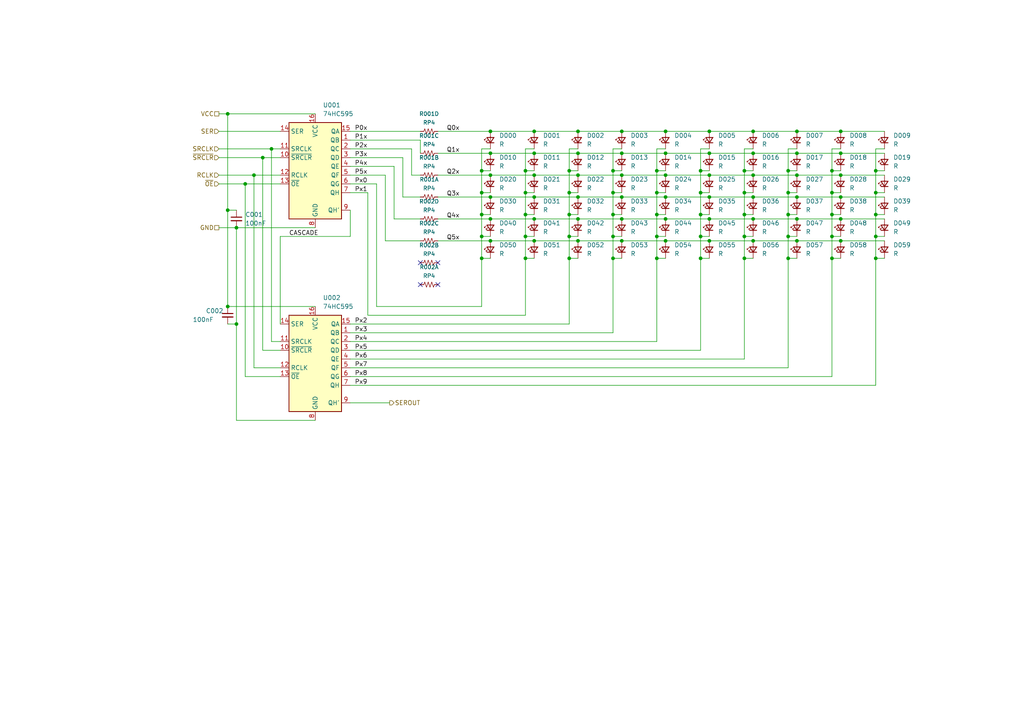
<source format=kicad_sch>
(kicad_sch (version 20230121) (generator eeschema)
  (paper "A4")
  (junction (at 139.7 55.88))
  (junction (at 66.04 33.02))
  (junction (at 180.34 57.15))
  (junction (at 193.04 63.5))
  (junction (at 228.6 68.58))
  (junction (at 177.8 55.88))
  (junction (at 78.74 43.18))
  (junction (at 180.34 50.8))
  (junction (at 154.94 57.15))
  (junction (at 205.74 38.1))
  (junction (at 218.44 38.1))
  (junction (at 231.14 69.85))
  (junction (at 193.04 69.85))
  (junction (at 254 49.53))
  (junction (at 177.8 62.23))
  (junction (at 66.04 88.9))
  (junction (at 215.9 49.53))
  (junction (at 167.64 57.15))
  (junction (at 177.8 74.93))
  (junction (at 228.6 62.23))
  (junction (at 180.34 38.1))
  (junction (at 243.84 57.15))
  (junction (at 205.74 57.15))
  (junction (at 231.14 44.45))
  (junction (at 190.5 62.23))
  (junction (at 152.4 62.23))
  (junction (at 241.3 49.53))
  (junction (at 139.7 62.23))
  (junction (at 165.1 68.58))
  (junction (at 177.8 49.53))
  (junction (at 154.94 38.1))
  (junction (at 154.94 63.5))
  (junction (at 165.1 55.88))
  (junction (at 231.14 57.15))
  (junction (at 167.64 44.45))
  (junction (at 152.4 49.53))
  (junction (at 228.6 74.93))
  (junction (at 193.04 38.1))
  (junction (at 215.9 74.93))
  (junction (at 167.64 50.8))
  (junction (at 215.9 55.88))
  (junction (at 152.4 68.58))
  (junction (at 203.2 68.58))
  (junction (at 142.24 50.8))
  (junction (at 165.1 62.23))
  (junction (at 243.84 38.1))
  (junction (at 243.84 69.85))
  (junction (at 142.24 44.45))
  (junction (at 177.8 68.58))
  (junction (at 154.94 69.85))
  (junction (at 231.14 38.1))
  (junction (at 218.44 69.85))
  (junction (at 203.2 55.88))
  (junction (at 205.74 44.45))
  (junction (at 205.74 69.85))
  (junction (at 142.24 69.85))
  (junction (at 241.3 74.93))
  (junction (at 231.14 50.8))
  (junction (at 254 74.93))
  (junction (at 193.04 57.15))
  (junction (at 193.04 50.8))
  (junction (at 203.2 62.23))
  (junction (at 218.44 50.8))
  (junction (at 142.24 63.5))
  (junction (at 218.44 63.5))
  (junction (at 180.34 69.85))
  (junction (at 167.64 38.1))
  (junction (at 139.7 49.53))
  (junction (at 254 68.58))
  (junction (at 215.9 62.23))
  (junction (at 165.1 49.53))
  (junction (at 71.12 53.34))
  (junction (at 154.94 44.45))
  (junction (at 68.58 93.98))
  (junction (at 180.34 63.5))
  (junction (at 190.5 49.53))
  (junction (at 228.6 49.53))
  (junction (at 243.84 50.8))
  (junction (at 254 55.88))
  (junction (at 218.44 57.15))
  (junction (at 215.9 68.58))
  (junction (at 203.2 74.93))
  (junction (at 254 62.23))
  (junction (at 73.66 50.8))
  (junction (at 218.44 44.45))
  (junction (at 68.58 66.04))
  (junction (at 193.04 44.45))
  (junction (at 243.84 63.5))
  (junction (at 203.2 49.53))
  (junction (at 154.94 50.8))
  (junction (at 139.7 74.93))
  (junction (at 180.34 44.45))
  (junction (at 243.84 44.45))
  (junction (at 228.6 55.88))
  (junction (at 76.2 45.72))
  (junction (at 241.3 55.88))
  (junction (at 142.24 38.1))
  (junction (at 190.5 68.58))
  (junction (at 165.1 74.93))
  (junction (at 190.5 74.93))
  (junction (at 205.74 50.8))
  (junction (at 205.74 63.5))
  (junction (at 152.4 55.88))
  (junction (at 190.5 55.88))
  (junction (at 241.3 68.58))
  (junction (at 231.14 63.5))
  (junction (at 142.24 57.15))
  (junction (at 66.04 60.96))
  (junction (at 167.64 63.5))
  (junction (at 152.4 74.93))
  (junction (at 139.7 68.58))
  (junction (at 167.64 69.85))
  (junction (at 241.3 62.23))
  (no_connect (at 121.92 82.55))
  (no_connect (at 127 76.2))
  (no_connect (at 127 82.55))
  (no_connect (at 121.92 76.2))
  (wire (pts (xy 241.3 68.58) (xy 243.84 68.58)))
  (wire (pts (xy 121.92 57.15) (xy 116.84 57.15)))
  (wire (pts (xy 81.28 68.58) (xy 101.6 68.58)))
  (wire (pts (xy 241.3 49.53) (xy 243.84 49.53)))
  (wire (pts (xy 203.2 68.58) (xy 203.2 74.93)))
  (wire (pts (xy 142.24 57.15) (xy 154.94 57.15)))
  (wire (pts (xy 228.6 74.93) (xy 228.6 106.68)))
  (wire (pts (xy 215.9 74.93) (xy 215.9 104.14)))
  (wire (pts (xy 76.2 101.6) (xy 81.28 101.6)))
  (wire (pts (xy 205.74 44.45) (xy 218.44 44.45)))
  (wire (pts (xy 228.6 68.58) (xy 228.6 74.93)))
  (wire (pts (xy 127 69.85) (xy 142.24 69.85)))
  (wire (pts (xy 91.44 88.9) (xy 66.04 88.9)))
  (wire (pts (xy 190.5 49.53) (xy 190.5 55.88)))
  (wire (pts (xy 215.9 49.53) (xy 215.9 55.88)))
  (wire (pts (xy 254 43.18) (xy 254 49.53)))
  (wire (pts (xy 203.2 68.58) (xy 205.74 68.58)))
  (wire (pts (xy 231.14 57.15) (xy 243.84 57.15)))
  (wire (pts (xy 154.94 44.45) (xy 167.64 44.45)))
  (wire (pts (xy 167.64 69.85) (xy 180.34 69.85)))
  (wire (pts (xy 165.1 49.53) (xy 167.64 49.53)))
  (wire (pts (xy 81.28 68.58) (xy 81.28 93.98)))
  (wire (pts (xy 215.9 62.23) (xy 218.44 62.23)))
  (wire (pts (xy 254 49.53) (xy 256.54 49.53)))
  (wire (pts (xy 154.94 38.1) (xy 167.64 38.1)))
  (wire (pts (xy 243.84 38.1) (xy 256.54 38.1)))
  (wire (pts (xy 205.74 38.1) (xy 218.44 38.1)))
  (wire (pts (xy 215.9 49.53) (xy 218.44 49.53)))
  (wire (pts (xy 177.8 62.23) (xy 180.34 62.23)))
  (wire (pts (xy 101.6 104.14) (xy 215.9 104.14)))
  (wire (pts (xy 215.9 55.88) (xy 218.44 55.88)))
  (wire (pts (xy 78.74 99.06) (xy 78.74 43.18)))
  (wire (pts (xy 152.4 68.58) (xy 154.94 68.58)))
  (wire (pts (xy 231.14 38.1) (xy 243.84 38.1)))
  (wire (pts (xy 215.9 43.18) (xy 215.9 49.53)))
  (wire (pts (xy 241.3 55.88) (xy 241.3 62.23)))
  (wire (pts (xy 121.92 40.64) (xy 101.6 40.64)))
  (wire (pts (xy 228.6 49.53) (xy 231.14 49.53)))
  (wire (pts (xy 165.1 43.18) (xy 165.1 49.53)))
  (wire (pts (xy 241.3 74.93) (xy 243.84 74.93)))
  (wire (pts (xy 101.6 99.06) (xy 190.5 99.06)))
  (wire (pts (xy 63.5 43.18) (xy 78.74 43.18)))
  (wire (pts (xy 139.7 62.23) (xy 142.24 62.23)))
  (wire (pts (xy 139.7 43.18) (xy 139.7 49.53)))
  (wire (pts (xy 101.6 96.52) (xy 177.8 96.52)))
  (wire (pts (xy 165.1 43.18) (xy 167.64 43.18)))
  (wire (pts (xy 139.7 43.18) (xy 142.24 43.18)))
  (wire (pts (xy 215.9 68.58) (xy 218.44 68.58)))
  (wire (pts (xy 193.04 50.8) (xy 205.74 50.8)))
  (wire (pts (xy 203.2 55.88) (xy 203.2 62.23)))
  (wire (pts (xy 139.7 68.58) (xy 139.7 74.93)))
  (wire (pts (xy 177.8 43.18) (xy 180.34 43.18)))
  (wire (pts (xy 165.1 74.93) (xy 167.64 74.93)))
  (wire (pts (xy 215.9 68.58) (xy 215.9 74.93)))
  (wire (pts (xy 106.68 55.88) (xy 101.6 55.88)))
  (wire (pts (xy 193.04 69.85) (xy 205.74 69.85)))
  (wire (pts (xy 254 49.53) (xy 254 55.88)))
  (wire (pts (xy 73.66 106.68) (xy 73.66 50.8)))
  (wire (pts (xy 241.3 68.58) (xy 241.3 74.93)))
  (wire (pts (xy 116.84 57.15) (xy 116.84 45.72)))
  (wire (pts (xy 66.04 60.96) (xy 66.04 33.02)))
  (wire (pts (xy 142.24 63.5) (xy 154.94 63.5)))
  (wire (pts (xy 203.2 74.93) (xy 203.2 101.6)))
  (wire (pts (xy 106.68 91.44) (xy 106.68 55.88)))
  (wire (pts (xy 139.7 62.23) (xy 139.7 68.58)))
  (wire (pts (xy 101.6 116.84) (xy 113.03 116.84)))
  (wire (pts (xy 177.8 68.58) (xy 180.34 68.58)))
  (wire (pts (xy 180.34 63.5) (xy 193.04 63.5)))
  (wire (pts (xy 119.38 43.18) (xy 101.6 43.18)))
  (wire (pts (xy 203.2 62.23) (xy 205.74 62.23)))
  (wire (pts (xy 142.24 69.85) (xy 154.94 69.85)))
  (wire (pts (xy 73.66 106.68) (xy 81.28 106.68)))
  (wire (pts (xy 66.04 60.96) (xy 68.58 60.96)))
  (wire (pts (xy 66.04 88.9) (xy 66.04 60.96)))
  (wire (pts (xy 228.6 55.88) (xy 231.14 55.88)))
  (wire (pts (xy 228.6 62.23) (xy 228.6 68.58)))
  (wire (pts (xy 254 55.88) (xy 254 62.23)))
  (wire (pts (xy 180.34 57.15) (xy 193.04 57.15)))
  (wire (pts (xy 165.1 55.88) (xy 165.1 62.23)))
  (wire (pts (xy 139.7 88.9) (xy 109.22 88.9)))
  (wire (pts (xy 180.34 50.8) (xy 193.04 50.8)))
  (wire (pts (xy 215.9 74.93) (xy 218.44 74.93)))
  (wire (pts (xy 63.5 38.1) (xy 81.28 38.1)))
  (wire (pts (xy 78.74 43.18) (xy 81.28 43.18)))
  (wire (pts (xy 139.7 55.88) (xy 139.7 62.23)))
  (wire (pts (xy 218.44 69.85) (xy 231.14 69.85)))
  (wire (pts (xy 152.4 43.18) (xy 154.94 43.18)))
  (wire (pts (xy 190.5 55.88) (xy 190.5 62.23)))
  (wire (pts (xy 228.6 74.93) (xy 231.14 74.93)))
  (wire (pts (xy 243.84 69.85) (xy 256.54 69.85)))
  (wire (pts (xy 165.1 62.23) (xy 165.1 68.58)))
  (wire (pts (xy 165.1 55.88) (xy 167.64 55.88)))
  (wire (pts (xy 101.6 60.96) (xy 101.6 68.58)))
  (wire (pts (xy 68.58 93.98) (xy 68.58 121.92)))
  (wire (pts (xy 203.2 74.93) (xy 205.74 74.93)))
  (wire (pts (xy 142.24 38.1) (xy 154.94 38.1)))
  (wire (pts (xy 71.12 109.22) (xy 81.28 109.22)))
  (wire (pts (xy 73.66 50.8) (xy 81.28 50.8)))
  (wire (pts (xy 177.8 62.23) (xy 177.8 68.58)))
  (wire (pts (xy 228.6 55.88) (xy 228.6 62.23)))
  (wire (pts (xy 205.74 69.85) (xy 218.44 69.85)))
  (wire (pts (xy 190.5 62.23) (xy 193.04 62.23)))
  (wire (pts (xy 101.6 38.1) (xy 121.92 38.1)))
  (wire (pts (xy 167.64 38.1) (xy 180.34 38.1)))
  (wire (pts (xy 254 43.18) (xy 256.54 43.18)))
  (wire (pts (xy 177.8 43.18) (xy 177.8 49.53)))
  (wire (pts (xy 241.3 55.88) (xy 243.84 55.88)))
  (wire (pts (xy 139.7 55.88) (xy 142.24 55.88)))
  (wire (pts (xy 254 55.88) (xy 256.54 55.88)))
  (wire (pts (xy 68.58 121.92) (xy 91.44 121.92)))
  (wire (pts (xy 193.04 38.1) (xy 205.74 38.1)))
  (wire (pts (xy 228.6 43.18) (xy 228.6 49.53)))
  (wire (pts (xy 190.5 49.53) (xy 193.04 49.53)))
  (wire (pts (xy 101.6 48.26) (xy 114.3 48.26)))
  (wire (pts (xy 218.44 57.15) (xy 231.14 57.15)))
  (wire (pts (xy 152.4 62.23) (xy 154.94 62.23)))
  (wire (pts (xy 66.04 33.02) (xy 91.44 33.02)))
  (wire (pts (xy 152.4 74.93) (xy 154.94 74.93)))
  (wire (pts (xy 63.5 45.72) (xy 76.2 45.72)))
  (wire (pts (xy 231.14 69.85) (xy 243.84 69.85)))
  (wire (pts (xy 109.22 88.9) (xy 109.22 53.34)))
  (wire (pts (xy 76.2 45.72) (xy 81.28 45.72)))
  (wire (pts (xy 177.8 49.53) (xy 180.34 49.53)))
  (wire (pts (xy 142.24 44.45) (xy 154.94 44.45)))
  (wire (pts (xy 203.2 49.53) (xy 205.74 49.53)))
  (wire (pts (xy 165.1 68.58) (xy 167.64 68.58)))
  (wire (pts (xy 190.5 68.58) (xy 190.5 74.93)))
  (wire (pts (xy 63.5 33.02) (xy 66.04 33.02)))
  (wire (pts (xy 121.92 69.85) (xy 111.76 69.85)))
  (wire (pts (xy 127 63.5) (xy 142.24 63.5)))
  (wire (pts (xy 241.3 49.53) (xy 241.3 55.88)))
  (wire (pts (xy 152.4 62.23) (xy 152.4 68.58)))
  (wire (pts (xy 231.14 63.5) (xy 243.84 63.5)))
  (wire (pts (xy 152.4 49.53) (xy 152.4 55.88)))
  (wire (pts (xy 111.76 50.8) (xy 101.6 50.8)))
  (wire (pts (xy 167.64 44.45) (xy 180.34 44.45)))
  (wire (pts (xy 228.6 49.53) (xy 228.6 55.88)))
  (wire (pts (xy 218.44 63.5) (xy 231.14 63.5)))
  (wire (pts (xy 111.76 69.85) (xy 111.76 50.8)))
  (wire (pts (xy 228.6 43.18) (xy 231.14 43.18)))
  (wire (pts (xy 215.9 62.23) (xy 215.9 68.58)))
  (wire (pts (xy 177.8 49.53) (xy 177.8 55.88)))
  (wire (pts (xy 101.6 93.98) (xy 165.1 93.98)))
  (wire (pts (xy 177.8 55.88) (xy 177.8 62.23)))
  (wire (pts (xy 215.9 55.88) (xy 215.9 62.23)))
  (wire (pts (xy 63.5 66.04) (xy 68.58 66.04)))
  (wire (pts (xy 154.94 57.15) (xy 167.64 57.15)))
  (wire (pts (xy 177.8 74.93) (xy 177.8 96.52)))
  (wire (pts (xy 152.4 49.53) (xy 154.94 49.53)))
  (wire (pts (xy 215.9 43.18) (xy 218.44 43.18)))
  (wire (pts (xy 167.64 57.15) (xy 180.34 57.15)))
  (wire (pts (xy 127 38.1) (xy 142.24 38.1)))
  (wire (pts (xy 180.34 44.45) (xy 193.04 44.45)))
  (wire (pts (xy 241.3 62.23) (xy 243.84 62.23)))
  (wire (pts (xy 101.6 109.22) (xy 241.3 109.22)))
  (wire (pts (xy 177.8 74.93) (xy 180.34 74.93)))
  (wire (pts (xy 78.74 99.06) (xy 81.28 99.06)))
  (wire (pts (xy 254 62.23) (xy 254 68.58)))
  (wire (pts (xy 121.92 44.45) (xy 121.92 40.64)))
  (wire (pts (xy 218.44 50.8) (xy 231.14 50.8)))
  (wire (pts (xy 190.5 43.18) (xy 193.04 43.18)))
  (wire (pts (xy 101.6 101.6) (xy 203.2 101.6)))
  (wire (pts (xy 71.12 53.34) (xy 81.28 53.34)))
  (wire (pts (xy 154.94 63.5) (xy 167.64 63.5)))
  (wire (pts (xy 203.2 62.23) (xy 203.2 68.58)))
  (wire (pts (xy 205.74 50.8) (xy 218.44 50.8)))
  (wire (pts (xy 254 74.93) (xy 256.54 74.93)))
  (wire (pts (xy 121.92 50.8) (xy 119.38 50.8)))
  (wire (pts (xy 205.74 63.5) (xy 218.44 63.5)))
  (wire (pts (xy 241.3 43.18) (xy 241.3 49.53)))
  (wire (pts (xy 254 68.58) (xy 254 74.93)))
  (wire (pts (xy 228.6 68.58) (xy 231.14 68.58)))
  (wire (pts (xy 139.7 74.93) (xy 142.24 74.93)))
  (wire (pts (xy 254 74.93) (xy 254 111.76)))
  (wire (pts (xy 68.58 66.04) (xy 68.58 93.98)))
  (wire (pts (xy 167.64 50.8) (xy 180.34 50.8)))
  (wire (pts (xy 121.92 63.5) (xy 114.3 63.5)))
  (wire (pts (xy 203.2 43.18) (xy 205.74 43.18)))
  (wire (pts (xy 254 62.23) (xy 256.54 62.23)))
  (wire (pts (xy 218.44 38.1) (xy 231.14 38.1)))
  (wire (pts (xy 193.04 63.5) (xy 205.74 63.5)))
  (wire (pts (xy 152.4 91.44) (xy 106.68 91.44)))
  (wire (pts (xy 241.3 62.23) (xy 241.3 68.58)))
  (wire (pts (xy 190.5 74.93) (xy 190.5 99.06)))
  (wire (pts (xy 127 44.45) (xy 142.24 44.45)))
  (wire (pts (xy 152.4 74.93) (xy 152.4 91.44)))
  (wire (pts (xy 228.6 62.23) (xy 231.14 62.23)))
  (wire (pts (xy 218.44 44.45) (xy 231.14 44.45)))
  (wire (pts (xy 180.34 69.85) (xy 193.04 69.85)))
  (wire (pts (xy 152.4 68.58) (xy 152.4 74.93)))
  (wire (pts (xy 190.5 43.18) (xy 190.5 49.53)))
  (wire (pts (xy 243.84 50.8) (xy 256.54 50.8)))
  (wire (pts (xy 241.3 74.93) (xy 241.3 109.22)))
  (wire (pts (xy 180.34 38.1) (xy 193.04 38.1)))
  (wire (pts (xy 101.6 106.68) (xy 228.6 106.68)))
  (wire (pts (xy 139.7 68.58) (xy 142.24 68.58)))
  (wire (pts (xy 243.84 44.45) (xy 256.54 44.45)))
  (wire (pts (xy 139.7 49.53) (xy 142.24 49.53)))
  (wire (pts (xy 193.04 44.45) (xy 205.74 44.45)))
  (wire (pts (xy 243.84 57.15) (xy 256.54 57.15)))
  (wire (pts (xy 63.5 50.8) (xy 73.66 50.8)))
  (wire (pts (xy 241.3 43.18) (xy 243.84 43.18)))
  (wire (pts (xy 231.14 50.8) (xy 243.84 50.8)))
  (wire (pts (xy 109.22 53.34) (xy 101.6 53.34)))
  (wire (pts (xy 154.94 69.85) (xy 167.64 69.85)))
  (wire (pts (xy 190.5 62.23) (xy 190.5 68.58)))
  (wire (pts (xy 190.5 55.88) (xy 193.04 55.88)))
  (wire (pts (xy 142.24 50.8) (xy 154.94 50.8)))
  (wire (pts (xy 152.4 55.88) (xy 154.94 55.88)))
  (wire (pts (xy 76.2 45.72) (xy 76.2 101.6)))
  (wire (pts (xy 254 68.58) (xy 256.54 68.58)))
  (wire (pts (xy 177.8 55.88) (xy 180.34 55.88)))
  (wire (pts (xy 243.84 63.5) (xy 256.54 63.5)))
  (wire (pts (xy 190.5 74.93) (xy 193.04 74.93)))
  (wire (pts (xy 165.1 74.93) (xy 165.1 93.98)))
  (wire (pts (xy 71.12 109.22) (xy 71.12 53.34)))
  (wire (pts (xy 114.3 63.5) (xy 114.3 48.26)))
  (wire (pts (xy 116.84 45.72) (xy 101.6 45.72)))
  (wire (pts (xy 165.1 62.23) (xy 167.64 62.23)))
  (wire (pts (xy 139.7 74.93) (xy 139.7 88.9)))
  (wire (pts (xy 205.74 57.15) (xy 218.44 57.15)))
  (wire (pts (xy 66.04 93.98) (xy 68.58 93.98)))
  (wire (pts (xy 190.5 68.58) (xy 193.04 68.58)))
  (wire (pts (xy 177.8 68.58) (xy 177.8 74.93)))
  (wire (pts (xy 154.94 50.8) (xy 167.64 50.8)))
  (wire (pts (xy 119.38 50.8) (xy 119.38 43.18)))
  (wire (pts (xy 203.2 43.18) (xy 203.2 49.53)))
  (wire (pts (xy 167.64 63.5) (xy 180.34 63.5)))
  (wire (pts (xy 127 50.8) (xy 142.24 50.8)))
  (wire (pts (xy 101.6 111.76) (xy 254 111.76)))
  (wire (pts (xy 68.58 66.04) (xy 91.44 66.04)))
  (wire (pts (xy 193.04 57.15) (xy 205.74 57.15)))
  (wire (pts (xy 63.5 53.34) (xy 71.12 53.34)))
  (wire (pts (xy 165.1 49.53) (xy 165.1 55.88)))
  (wire (pts (xy 203.2 49.53) (xy 203.2 55.88)))
  (wire (pts (xy 203.2 55.88) (xy 205.74 55.88)))
  (wire (pts (xy 231.14 44.45) (xy 243.84 44.45)))
  (wire (pts (xy 152.4 55.88) (xy 152.4 62.23)))
  (wire (pts (xy 152.4 43.18) (xy 152.4 49.53)))
  (wire (pts (xy 165.1 68.58) (xy 165.1 74.93)))
  (wire (pts (xy 127 57.15) (xy 142.24 57.15)))
  (wire (pts (xy 139.7 49.53) (xy 139.7 55.88)))
  (label "Px1" (at 102.87 55.88 0))
  (label "CASCADE" (at 83.82 68.58 0))
  (label "P5x" (at 102.87 50.8 0))
  (label "Q4x" (at 129.54 63.5 0))
  (label "Q0x" (at 129.54 38.1 0))
  (label "Q3x" (at 129.54 57.15 0))
  (label "Q5x" (at 129.54 69.85 0))
  (label "Px6" (at 102.87 104.14 0))
  (label "P0x" (at 102.87 38.1 0))
  (label "Q2x" (at 129.54 50.8 0))
  (label "P3x" (at 102.87 45.72 0))
  (label "Q1x" (at 129.54 44.45 0))
  (label "Px9" (at 102.87 111.76 0))
  (label "P2x" (at 102.87 43.18 0))
  (label "Px2" (at 102.87 93.98 0))
  (label "Px8" (at 102.87 109.22 0))
  (label "P4x" (at 102.87 48.26 0))
  (label "P1x" (at 102.87 40.64 0))
  (label "Px3" (at 102.87 96.52 0))
  (label "Px4" (at 102.87 99.06 0))
  (label "Px7" (at 102.87 106.68 0))
  (label "Px5" (at 102.87 101.6 0))
  (label "Px0" (at 102.87 53.34 0))
  (hierarchical_label "GND" (shape passive) (at 63.5 66.04 180))
  (hierarchical_label "~{SRCLR}" (shape input) (at 63.5 45.72 180))
  (hierarchical_label "RCLK" (shape input) (at 63.5 50.8 180))
  (hierarchical_label "SRCLK" (shape input) (at 63.5 43.18 180))
  (hierarchical_label "SEROUT" (shape output) (at 113.03 116.84 0))
  (hierarchical_label "SER" (shape input) (at 63.5 38.1 180))
  (hierarchical_label "~{OE}" (shape input) (at 63.5 53.34 180))
  (hierarchical_label "VCC" (shape passive) (at 63.5 33.02 180))
  (symbol (lib_id "Device:LED_Small") (at 154.94 72.39 90) (unit 1)
    (property "Reference" "D051" (at 157.48 71.0565 90) (effects (justify right)))
    (property "Value" "R" (at 157.48 73.5965 90) (effects (justify right)))
    (property "Footprint" "KwanSystems:D_KINGBRIGHT" (effects hide))
    (property "Digikey" "754-1820-1-ND" (effects hide))
    (property "Part Number" "APGA1602SEC/E/KA" (effects hide))
    (instances (project "Precision23" (path "" (reference "D051") (unit 1)) (path "" (reference "D151") (unit 1)) (path "" (reference "D251") (unit 1)) (path "" (reference "D351") (unit 1))))
  )
  (symbol (lib_id "Device:LED_Small") (at 231.14 53.34 90) (unit 1)
    (property "Reference" "D027" (at 233.68 52.0065 90) (effects (justify right)))
    (property "Value" "R" (at 233.68 54.5465 90) (effects (justify right)))
    (property "Footprint" "KwanSystems:D_KINGBRIGHT" (effects hide))
    (property "Digikey" "754-1820-1-ND" (effects hide))
    (property "Part Number" "APGA1602SEC/E/KA" (effects hide))
    (instances (project "Precision23" (path "" (reference "D027") (unit 1)) (path "" (reference "D127") (unit 1)) (path "" (reference "D227") (unit 1)) (path "" (reference "D327") (unit 1))))
  )
  (symbol (lib_id "Device:LED_Small") (at 142.24 46.99 90) (unit 1)
    (property "Reference" "D010" (at 144.78 45.6565 90) (effects (justify right)))
    (property "Value" "R" (at 144.78 48.1965 90) (effects (justify right)))
    (property "Footprint" "KwanSystems:D_KINGBRIGHT" (effects hide))
    (property "Digikey" "754-1820-1-ND" (effects hide))
    (property "Part Number" "APGA1602SEC/E/KA" (effects hide))
    (instances (project "Precision23" (path "" (reference "D010") (unit 1)) (path "" (reference "D110") (unit 1)) (path "" (reference "D210") (unit 1)) (path "" (reference "D310") (unit 1))))
  )
  (symbol (lib_id "Device:LED_Small") (at 142.24 53.34 90) (unit 1)
    (property "Reference" "D020" (at 144.78 52.0065 90) (effects (justify right)))
    (property "Value" "R" (at 144.78 54.5465 90) (effects (justify right)))
    (property "Footprint" "KwanSystems:D_KINGBRIGHT" (effects hide))
    (property "Digikey" "754-1820-1-ND" (effects hide))
    (property "Part Number" "APGA1602SEC/E/KA" (effects hide))
    (instances (project "Precision23" (path "" (reference "D020") (unit 1)) (path "" (reference "D120") (unit 1)) (path "" (reference "D220") (unit 1)) (path "" (reference "D320") (unit 1))))
  )
  (symbol (lib_id "Device:LED_Small") (at 193.04 40.64 90) (unit 1)
    (property "Reference" "D004" (at 195.58 39.3065 90) (effects (justify right)))
    (property "Value" "R" (at 195.58 41.8465 90) (effects (justify right)))
    (property "Footprint" "KwanSystems:D_KINGBRIGHT" (effects hide))
    (property "Digikey" "754-1820-1-ND" (effects hide))
    (property "Part Number" "APGA1602SEC/E/KA" (effects hide))
    (instances (project "Precision23" (path "" (reference "D004") (unit 1)) (path "" (reference "D104") (unit 1)) (path "" (reference "D204") (unit 1)) (path "" (reference "D304") (unit 1))))
  )
  (symbol (lib_id "Device:LED_Small") (at 205.74 46.99 90) (unit 1)
    (property "Reference" "D015" (at 208.28 45.6565 90) (effects (justify right)))
    (property "Value" "R" (at 208.28 48.1965 90) (effects (justify right)))
    (property "Footprint" "KwanSystems:D_KINGBRIGHT" (effects hide))
    (property "Digikey" "754-1820-1-ND" (effects hide))
    (property "Part Number" "APGA1602SEC/E/KA" (effects hide))
    (instances (project "Precision23" (path "" (reference "D015") (unit 1)) (path "" (reference "D115") (unit 1)) (path "" (reference "D215") (unit 1)) (path "" (reference "D315") (unit 1))))
  )
  (symbol (lib_id "Device:LED_Small") (at 180.34 53.34 90) (unit 1)
    (property "Reference" "D023" (at 182.88 52.0065 90) (effects (justify right)))
    (property "Value" "R" (at 182.88 54.5465 90) (effects (justify right)))
    (property "Footprint" "KwanSystems:D_KINGBRIGHT" (effects hide))
    (property "Digikey" "754-1820-1-ND" (effects hide))
    (property "Part Number" "APGA1602SEC/E/KA" (effects hide))
    (instances (project "Precision23" (path "" (reference "D023") (unit 1)) (path "" (reference "D123") (unit 1)) (path "" (reference "D223") (unit 1)) (path "" (reference "D323") (unit 1))))
  )
  (symbol (lib_id "Device:LED_Small") (at 154.94 46.99 90) (unit 1)
    (property "Reference" "D011" (at 157.48 45.6565 90) (effects (justify right)))
    (property "Value" "R" (at 157.48 48.1965 90) (effects (justify right)))
    (property "Footprint" "KwanSystems:D_KINGBRIGHT" (effects hide))
    (property "Digikey" "754-1820-1-ND" (effects hide))
    (property "Part Number" "APGA1602SEC/E/KA" (effects hide))
    (instances (project "Precision23" (path "" (reference "D011") (unit 1)) (path "" (reference "D111") (unit 1)) (path "" (reference "D211") (unit 1)) (path "" (reference "D311") (unit 1))))
  )
  (symbol (lib_id "Device:LED_Small") (at 167.64 59.69 90) (unit 1)
    (property "Reference" "D032" (at 170.18 58.3565 90) (effects (justify right)))
    (property "Value" "R" (at 170.18 60.8965 90) (effects (justify right)))
    (property "Footprint" "KwanSystems:D_KINGBRIGHT" (effects hide))
    (property "Digikey" "754-1820-1-ND" (effects hide))
    (property "Part Number" "APGA1602SEC/E/KA" (effects hide))
    (instances (project "Precision23" (path "" (reference "D032") (unit 1)) (path "" (reference "D132") (unit 1)) (path "" (reference "D232") (unit 1)) (path "" (reference "D332") (unit 1))))
  )
  (symbol (lib_id "Device:LED_Small") (at 142.24 59.69 90) (unit 1)
    (property "Reference" "D030" (at 144.78 58.3565 90) (effects (justify right)))
    (property "Value" "R" (at 144.78 60.8965 90) (effects (justify right)))
    (property "Footprint" "KwanSystems:D_KINGBRIGHT" (effects hide))
    (property "Digikey" "754-1820-1-ND" (effects hide))
    (property "Part Number" "APGA1602SEC/E/KA" (effects hide))
    (instances (project "Precision23" (path "" (reference "D030") (unit 1)) (path "" (reference "D130") (unit 1)) (path "" (reference "D230") (unit 1)) (path "" (reference "D330") (unit 1))))
  )
  (symbol (lib_id "Device:LED_Small") (at 142.24 72.39 90) (unit 1)
    (property "Reference" "D050" (at 144.78 71.0565 90) (effects (justify right)))
    (property "Value" "R" (at 144.78 73.5965 90) (effects (justify right)))
    (property "Footprint" "KwanSystems:D_KINGBRIGHT" (effects hide))
    (property "Digikey" "754-1820-1-ND" (effects hide))
    (property "Part Number" "APGA1602SEC/E/KA" (effects hide))
    (instances (project "Precision23" (path "" (reference "D050") (unit 1)) (path "" (reference "D150") (unit 1)) (path "" (reference "D250") (unit 1)) (path "" (reference "D350") (unit 1))))
  )
  (symbol (lib_id "Device:LED_Small") (at 256.54 66.04 90) (unit 1)
    (property "Reference" "D049" (at 259.08 64.7065 90) (effects (justify right)))
    (property "Value" "R" (at 259.08 67.2465 90) (effects (justify right)))
    (property "Footprint" "KwanSystems:D_KINGBRIGHT" (effects hide))
    (property "Digikey" "754-1820-1-ND" (effects hide))
    (property "Part Number" "APGA1602SEC/E/KA" (effects hide))
    (instances (project "Precision23" (path "" (reference "D049") (unit 1)) (path "" (reference "D149") (unit 1)) (path "" (reference "D249") (unit 1)) (path "" (reference "D349") (unit 1))))
  )
  (symbol (lib_id "Device:LED_Small") (at 154.94 66.04 90) (unit 1)
    (property "Reference" "D041" (at 157.48 64.7065 90) (effects (justify right)))
    (property "Value" "R" (at 157.48 67.2465 90) (effects (justify right)))
    (property "Footprint" "KwanSystems:D_KINGBRIGHT" (effects hide))
    (property "Digikey" "754-1820-1-ND" (effects hide))
    (property "Part Number" "APGA1602SEC/E/KA" (effects hide))
    (instances (project "Precision23" (path "" (reference "D041") (unit 1)) (path "" (reference "D141") (unit 1)) (path "" (reference "D241") (unit 1)) (path "" (reference "D341") (unit 1))))
  )
  (symbol (lib_id "Device:LED_Small") (at 193.04 59.69 90) (unit 1)
    (property "Reference" "D034" (at 195.58 58.3565 90) (effects (justify right)))
    (property "Value" "R" (at 195.58 60.8965 90) (effects (justify right)))
    (property "Footprint" "KwanSystems:D_KINGBRIGHT" (effects hide))
    (property "Digikey" "754-1820-1-ND" (effects hide))
    (property "Part Number" "APGA1602SEC/E/KA" (effects hide))
    (instances (project "Precision23" (path "" (reference "D034") (unit 1)) (path "" (reference "D134") (unit 1)) (path "" (reference "D234") (unit 1)) (path "" (reference "D334") (unit 1))))
  )
  (symbol (lib_id "Device:LED_Small") (at 180.34 72.39 90) (unit 1)
    (property "Reference" "D053" (at 182.88 71.0565 90) (effects (justify right)))
    (property "Value" "R" (at 182.88 73.5965 90) (effects (justify right)))
    (property "Footprint" "KwanSystems:D_KINGBRIGHT" (effects hide))
    (property "Digikey" "754-1820-1-ND" (effects hide))
    (property "Part Number" "APGA1602SEC/E/KA" (effects hide))
    (instances (project "Precision23" (path "" (reference "D053") (unit 1)) (path "" (reference "D153") (unit 1)) (path "" (reference "D253") (unit 1)) (path "" (reference "D353") (unit 1))))
  )
  (symbol (lib_id "Device:LED_Small") (at 218.44 66.04 90) (unit 1)
    (property "Reference" "D046" (at 220.98 64.7065 90) (effects (justify right)))
    (property "Value" "R" (at 220.98 67.2465 90) (effects (justify right)))
    (property "Footprint" "KwanSystems:D_KINGBRIGHT" (effects hide))
    (property "Digikey" "754-1820-1-ND" (effects hide))
    (property "Part Number" "APGA1602SEC/E/KA" (effects hide))
    (instances (project "Precision23" (path "" (reference "D046") (unit 1)) (path "" (reference "D146") (unit 1)) (path "" (reference "D246") (unit 1)) (path "" (reference "D346") (unit 1))))
  )
  (symbol (lib_id "Device:LED_Small") (at 243.84 72.39 90) (unit 1)
    (property "Reference" "D058" (at 246.38 71.0565 90) (effects (justify right)))
    (property "Value" "R" (at 246.38 73.5965 90) (effects (justify right)))
    (property "Footprint" "KwanSystems:D_KINGBRIGHT" (effects hide))
    (property "Digikey" "754-1820-1-ND" (effects hide))
    (property "Part Number" "APGA1602SEC/E/KA" (effects hide))
    (instances (project "Precision23" (path "" (reference "D058") (unit 1)) (path "" (reference "D158") (unit 1)) (path "" (reference "D258") (unit 1)) (path "" (reference "D358") (unit 1))))
  )
  (symbol (lib_id "KwanSystems:RP4") (at 124.46 82.55 0) (unit 1)
    (property "Reference" "R002" (at 124.46 77.47 0) (effects (font (size 1.143 1.143))))
    (property "Value" "RP4" (at 124.46 80.01 0) (effects (font (size 1.143 1.143))))
    (property "Footprint" "KwanSystems:R_Array_Convex_4x0402" (effects hide))
    (instances (project "Precision23" (path "" (reference "R002") (unit 1)) (path "" (reference "R101") (unit 1)) (path "" (reference "R202") (unit 1)) (path "" (reference "R302") (unit 1))))
  )
  (symbol (lib_id "Device:LED_Small") (at 231.14 72.39 90) (unit 1)
    (property "Reference" "D057" (at 233.68 71.0565 90) (effects (justify right)))
    (property "Value" "R" (at 233.68 73.5965 90) (effects (justify right)))
    (property "Footprint" "KwanSystems:D_KINGBRIGHT" (effects hide))
    (property "Digikey" "754-1820-1-ND" (effects hide))
    (property "Part Number" "APGA1602SEC/E/KA" (effects hide))
    (instances (project "Precision23" (path "" (reference "D057") (unit 1)) (path "" (reference "D157") (unit 1)) (path "" (reference "D257") (unit 1)) (path "" (reference "D357") (unit 1))))
  )
  (symbol (lib_id "Device:LED_Small") (at 142.24 66.04 90) (unit 1)
    (property "Reference" "D040" (at 144.78 64.7065 90) (effects (justify right)))
    (property "Value" "R" (at 144.78 67.2465 90) (effects (justify right)))
    (property "Footprint" "KwanSystems:D_KINGBRIGHT" (effects hide))
    (property "Digikey" "754-1820-1-ND" (effects hide))
    (property "Part Number" "APGA1602SEC/E/KA" (effects hide))
    (instances (project "Precision23" (path "" (reference "D040") (unit 1)) (path "" (reference "D140") (unit 1)) (path "" (reference "D240") (unit 1)) (path "" (reference "D340") (unit 1))))
  )
  (symbol (lib_id "Device:LED_Small") (at 218.44 53.34 90) (unit 1)
    (property "Reference" "D026" (at 220.98 52.0065 90) (effects (justify right)))
    (property "Value" "R" (at 220.98 54.5465 90) (effects (justify right)))
    (property "Footprint" "KwanSystems:D_KINGBRIGHT" (effects hide))
    (property "Digikey" "754-1820-1-ND" (effects hide))
    (property "Part Number" "APGA1602SEC/E/KA" (effects hide))
    (instances (project "Precision23" (path "" (reference "D026") (unit 1)) (path "" (reference "D126") (unit 1)) (path "" (reference "D226") (unit 1)) (path "" (reference "D326") (unit 1))))
  )
  (symbol (lib_id "74xx:74HC595") (at 91.44 48.26 0) (unit 1)
    (property "Reference" "U001" (at 93.6341 30.48 0) (effects (justify left)))
    (property "Value" "74HC595" (at 93.6341 33.02 0) (effects (justify left)))
    (property "Footprint" "Package_SO:TSSOP-16_4.4x5mm_P0.65mm" (effects hide))
    (property "Datasheet" "http://www.ti.com/lit/ds/symlink/sn74hc595.pdf" (effects hide))
    (property "Digikey" "1727-3068-1-ND" (effects hide))
    (instances (project "Precision23" (path "" (reference "U001") (unit 1)) (path "" (reference "U101") (unit 1)) (path "" (reference "U201") (unit 1)) (path "" (reference "U301") (unit 1))))
  )
  (symbol (lib_id "Device:LED_Small") (at 167.64 40.64 90) (unit 1)
    (property "Reference" "D002" (at 170.18 39.3065 90) (effects (justify right)))
    (property "Value" "R" (at 170.18 41.8465 90) (effects (justify right)))
    (property "Footprint" "KwanSystems:D_KINGBRIGHT" (effects hide))
    (property "Digikey" "754-1820-1-ND" (effects hide))
    (property "Part Number" "APGA1602SEC/E/KA" (effects hide))
    (instances (project "Precision23" (path "" (reference "D002") (unit 1)) (path "" (reference "D102") (unit 1)) (path "" (reference "D202") (unit 1)) (path "" (reference "D302") (unit 1))))
  )
  (symbol (lib_id "Device:LED_Small") (at 231.14 40.64 90) (unit 1)
    (property "Reference" "D007" (at 233.68 39.3065 90) (effects (justify right)))
    (property "Value" "R" (at 233.68 41.8465 90) (effects (justify right)))
    (property "Footprint" "KwanSystems:D_KINGBRIGHT" (effects hide))
    (property "Digikey" "754-1820-1-ND" (effects hide))
    (property "Part Number" "APGA1602SEC/E/KA" (effects hide))
    (instances (project "Precision23" (path "" (reference "D007") (unit 1)) (path "" (reference "D107") (unit 1)) (path "" (reference "D207") (unit 1)) (path "" (reference "D307") (unit 1))))
  )
  (symbol (lib_id "Device:LED_Small") (at 205.74 66.04 90) (unit 1)
    (property "Reference" "D045" (at 208.28 64.7065 90) (effects (justify right)))
    (property "Value" "R" (at 208.28 67.2465 90) (effects (justify right)))
    (property "Footprint" "KwanSystems:D_KINGBRIGHT" (effects hide))
    (property "Digikey" "754-1820-1-ND" (effects hide))
    (property "Part Number" "APGA1602SEC/E/KA" (effects hide))
    (instances (project "Precision23" (path "" (reference "D045") (unit 1)) (path "" (reference "D145") (unit 1)) (path "" (reference "D245") (unit 1)) (path "" (reference "D345") (unit 1))))
  )
  (symbol (lib_id "Device:LED_Small") (at 193.04 66.04 90) (unit 1)
    (property "Reference" "D044" (at 195.58 64.7065 90) (effects (justify right)))
    (property "Value" "R" (at 195.58 67.2465 90) (effects (justify right)))
    (property "Footprint" "KwanSystems:D_KINGBRIGHT" (effects hide))
    (property "Digikey" "754-1820-1-ND" (effects hide))
    (property "Part Number" "APGA1602SEC/E/KA" (effects hide))
    (instances (project "Precision23" (path "" (reference "D044") (unit 1)) (path "" (reference "D144") (unit 1)) (path "" (reference "D244") (unit 1)) (path "" (reference "D344") (unit 1))))
  )
  (symbol (lib_id "Device:LED_Small") (at 205.74 40.64 90) (unit 1)
    (property "Reference" "D005" (at 208.28 39.3065 90) (effects (justify right)))
    (property "Value" "R" (at 208.28 41.8465 90) (effects (justify right)))
    (property "Footprint" "KwanSystems:D_KINGBRIGHT" (effects hide))
    (property "Digikey" "754-1820-1-ND" (effects hide))
    (property "Part Number" "APGA1602SEC/E/KA" (effects hide))
    (instances (project "Precision23" (path "" (reference "D005") (unit 1)) (path "" (reference "D105") (unit 1)) (path "" (reference "D205") (unit 1)) (path "" (reference "D305") (unit 1))))
  )
  (symbol (lib_id "Device:LED_Small") (at 231.14 46.99 90) (unit 1)
    (property "Reference" "D017" (at 233.68 45.6565 90) (effects (justify right)))
    (property "Value" "R" (at 233.68 48.1965 90) (effects (justify right)))
    (property "Footprint" "KwanSystems:D_KINGBRIGHT" (effects hide))
    (property "Digikey" "754-1820-1-ND" (effects hide))
    (property "Part Number" "APGA1602SEC/E/KA" (effects hide))
    (instances (project "Precision23" (path "" (reference "D017") (unit 1)) (path "" (reference "D117") (unit 1)) (path "" (reference "D217") (unit 1)) (path "" (reference "D317") (unit 1))))
  )
  (symbol (lib_id "KwanSystems:RP4") (at 124.46 38.1 0) (unit 4)
    (property "Reference" "R001" (at 124.46 33.02 0) (effects (font (size 1.143 1.143))))
    (property "Value" "RP4" (at 124.46 35.56 0) (effects (font (size 1.143 1.143))))
    (property "Footprint" "KwanSystems:R_Array_Convex_4x0402" (effects hide))
    (instances (project "Precision23" (path "" (reference "R001") (unit 4)) (path "" (reference "R100") (unit 4)) (path "" (reference "R201") (unit 4)) (path "" (reference "R301") (unit 4))))
  )
  (symbol (lib_id "Device:C_Small") (at 68.58 63.5 0) (unit 1)
    (property "Reference" "C001" (at 71.12 62.2363 0) (effects (justify left)))
    (property "Value" "100nF" (at 71.12 64.7763 0) (effects (justify left)))
    (property "Footprint" "Capacitor_SMD:C_0603_1608Metric" (effects hide))
    (instances (project "Precision23" (path "" (reference "C001") (unit 1)) (path "" (reference "C101") (unit 1)) (path "" (reference "C201") (unit 1)) (path "" (reference "C301") (unit 1))))
  )
  (symbol (lib_id "Device:LED_Small") (at 256.54 40.64 90) (unit 1)
    (property "Reference" "D009" (at 259.08 39.3065 90) (effects (justify right)))
    (property "Value" "R" (at 259.08 41.8465 90) (effects (justify right)))
    (property "Footprint" "KwanSystems:D_KINGBRIGHT" (effects hide))
    (property "Digikey" "754-1820-1-ND" (effects hide))
    (property "Part Number" "APGA1602SEC/E/KA" (effects hide))
    (instances (project "Precision23" (path "" (reference "D009") (unit 1)) (path "" (reference "D109") (unit 1)) (path "" (reference "D209") (unit 1)) (path "" (reference "D309") (unit 1))))
  )
  (symbol (lib_id "74xx:74HC595") (at 91.44 104.14 0) (unit 1)
    (property "Reference" "U002" (at 93.6341 86.36 0) (effects (justify left)))
    (property "Value" "74HC595" (at 93.6341 88.9 0) (effects (justify left)))
    (property "Footprint" "Package_SO:TSSOP-16_4.4x5mm_P0.65mm" (effects hide))
    (property "Datasheet" "http://www.ti.com/lit/ds/symlink/sn74hc595.pdf" (effects hide))
    (property "Digikey" "1727-3068-1-ND" (effects hide))
    (instances (project "Precision23" (path "" (reference "U002") (unit 1)) (path "" (reference "U102") (unit 1)) (path "" (reference "U202") (unit 1)) (path "" (reference "U302") (unit 1))))
  )
  (symbol (lib_id "KwanSystems:RP4") (at 124.46 63.5 0) (unit 4)
    (property "Reference" "R002" (at 124.46 58.42 0) (effects (font (size 1.143 1.143))))
    (property "Value" "RP4" (at 124.46 60.96 0) (effects (font (size 1.143 1.143))))
    (property "Footprint" "KwanSystems:R_Array_Convex_4x0402" (effects hide))
    (instances (project "Precision23" (path "" (reference "R002") (unit 4)) (path "" (reference "R101") (unit 4)) (path "" (reference "R202") (unit 4)) (path "" (reference "R302") (unit 4))))
  )
  (symbol (lib_id "Device:LED_Small") (at 218.44 40.64 90) (unit 1)
    (property "Reference" "D006" (at 220.98 39.3065 90) (effects (justify right)))
    (property "Value" "R" (at 220.98 41.8465 90) (effects (justify right)))
    (property "Footprint" "KwanSystems:D_KINGBRIGHT" (effects hide))
    (property "Digikey" "754-1820-1-ND" (effects hide))
    (property "Part Number" "APGA1602SEC/E/KA" (effects hide))
    (instances (project "Precision23" (path "" (reference "D006") (unit 1)) (path "" (reference "D106") (unit 1)) (path "" (reference "D206") (unit 1)) (path "" (reference "D306") (unit 1))))
  )
  (symbol (lib_id "KwanSystems:RP4") (at 124.46 57.15 0) (unit 1)
    (property "Reference" "R001" (at 124.46 52.07 0) (effects (font (size 1.143 1.143))))
    (property "Value" "RP4" (at 124.46 54.61 0) (effects (font (size 1.143 1.143))))
    (property "Footprint" "KwanSystems:R_Array_Convex_4x0402" (effects hide))
    (instances (project "Precision23" (path "" (reference "R001") (unit 1)) (path "" (reference "R100") (unit 1)) (path "" (reference "R201") (unit 1)) (path "" (reference "R301") (unit 1))))
  )
  (symbol (lib_id "Device:LED_Small") (at 256.54 72.39 90) (unit 1)
    (property "Reference" "D059" (at 259.08 71.0565 90) (effects (justify right)))
    (property "Value" "R" (at 259.08 73.5965 90) (effects (justify right)))
    (property "Footprint" "KwanSystems:D_KINGBRIGHT" (effects hide))
    (property "Digikey" "754-1820-1-ND" (effects hide))
    (property "Part Number" "APGA1602SEC/E/KA" (effects hide))
    (instances (project "Precision23" (path "" (reference "D059") (unit 1)) (path "" (reference "D159") (unit 1)) (path "" (reference "D259") (unit 1)) (path "" (reference "D359") (unit 1))))
  )
  (symbol (lib_id "KwanSystems:RP4") (at 124.46 76.2 0) (unit 2)
    (property "Reference" "R002" (at 124.46 71.12 0) (effects (font (size 1.143 1.143))))
    (property "Value" "RP4" (at 124.46 73.66 0) (effects (font (size 1.143 1.143))))
    (property "Footprint" "KwanSystems:R_Array_Convex_4x0402" (effects hide))
    (instances (project "Precision23" (path "" (reference "R002") (unit 2)) (path "" (reference "R101") (unit 2)) (path "" (reference "R202") (unit 2)) (path "" (reference "R302") (unit 2))))
  )
  (symbol (lib_id "Device:LED_Small") (at 180.34 46.99 90) (unit 1)
    (property "Reference" "D013" (at 182.88 45.6565 90) (effects (justify right)))
    (property "Value" "R" (at 182.88 48.1965 90) (effects (justify right)))
    (property "Footprint" "KwanSystems:D_KINGBRIGHT" (effects hide))
    (property "Digikey" "754-1820-1-ND" (effects hide))
    (property "Part Number" "APGA1602SEC/E/KA" (effects hide))
    (instances (project "Precision23" (path "" (reference "D013") (unit 1)) (path "" (reference "D113") (unit 1)) (path "" (reference "D213") (unit 1)) (path "" (reference "D313") (unit 1))))
  )
  (symbol (lib_id "Device:LED_Small") (at 256.54 53.34 90) (unit 1)
    (property "Reference" "D029" (at 259.08 52.0065 90) (effects (justify right)))
    (property "Value" "R" (at 259.08 54.5465 90) (effects (justify right)))
    (property "Footprint" "KwanSystems:D_KINGBRIGHT" (effects hide))
    (property "Digikey" "754-1820-1-ND" (effects hide))
    (property "Part Number" "APGA1602SEC/E/KA" (effects hide))
    (instances (project "Precision23" (path "" (reference "D029") (unit 1)) (path "" (reference "D129") (unit 1)) (path "" (reference "D229") (unit 1)) (path "" (reference "D329") (unit 1))))
  )
  (symbol (lib_id "Device:LED_Small") (at 243.84 66.04 90) (unit 1)
    (property "Reference" "D048" (at 246.38 64.7065 90) (effects (justify right)))
    (property "Value" "R" (at 246.38 67.2465 90) (effects (justify right)))
    (property "Footprint" "KwanSystems:D_KINGBRIGHT" (effects hide))
    (property "Digikey" "754-1820-1-ND" (effects hide))
    (property "Part Number" "APGA1602SEC/E/KA" (effects hide))
    (instances (project "Precision23" (path "" (reference "D048") (unit 1)) (path "" (reference "D148") (unit 1)) (path "" (reference "D248") (unit 1)) (path "" (reference "D348") (unit 1))))
  )
  (symbol (lib_id "Device:LED_Small") (at 205.74 59.69 90) (unit 1)
    (property "Reference" "D035" (at 208.28 58.3565 90) (effects (justify right)))
    (property "Value" "R" (at 208.28 60.8965 90) (effects (justify right)))
    (property "Footprint" "KwanSystems:D_KINGBRIGHT" (effects hide))
    (property "Digikey" "754-1820-1-ND" (effects hide))
    (property "Part Number" "APGA1602SEC/E/KA" (effects hide))
    (instances (project "Precision23" (path "" (reference "D035") (unit 1)) (path "" (reference "D135") (unit 1)) (path "" (reference "D235") (unit 1)) (path "" (reference "D335") (unit 1))))
  )
  (symbol (lib_id "Device:LED_Small") (at 256.54 46.99 90) (unit 1)
    (property "Reference" "D019" (at 259.08 45.6565 90) (effects (justify right)))
    (property "Value" "R" (at 259.08 48.1965 90) (effects (justify right)))
    (property "Footprint" "KwanSystems:D_KINGBRIGHT" (effects hide))
    (property "Digikey" "754-1820-1-ND" (effects hide))
    (property "Part Number" "APGA1602SEC/E/KA" (effects hide))
    (instances (project "Precision23" (path "" (reference "D019") (unit 1)) (path "" (reference "D119") (unit 1)) (path "" (reference "D219") (unit 1)) (path "" (reference "D319") (unit 1))))
  )
  (symbol (lib_id "Device:LED_Small") (at 142.24 40.64 90) (unit 1)
    (property "Reference" "D000" (at 144.78 39.3065 90) (effects (justify right)))
    (property "Value" "R" (at 144.78 41.8465 90) (effects (justify right)))
    (property "Footprint" "KwanSystems:D_KINGBRIGHT" (effects hide))
    (property "Digikey" "754-1820-1-ND" (effects hide))
    (property "Part Number" "APGA1602SEC/E/KA" (effects hide))
    (instances (project "Precision23" (path "" (reference "D000") (unit 1)) (path "" (reference "D100") (unit 1)) (path "" (reference "D200") (unit 1)) (path "" (reference "D300") (unit 1))))
  )
  (symbol (lib_id "Device:LED_Small") (at 193.04 46.99 90) (unit 1)
    (property "Reference" "D014" (at 195.58 45.6565 90) (effects (justify right)))
    (property "Value" "R" (at 195.58 48.1965 90) (effects (justify right)))
    (property "Footprint" "KwanSystems:D_KINGBRIGHT" (effects hide))
    (property "Digikey" "754-1820-1-ND" (effects hide))
    (property "Part Number" "APGA1602SEC/E/KA" (effects hide))
    (instances (project "Precision23" (path "" (reference "D014") (unit 1)) (path "" (reference "D114") (unit 1)) (path "" (reference "D214") (unit 1)) (path "" (reference "D314") (unit 1))))
  )
  (symbol (lib_id "Device:LED_Small") (at 154.94 40.64 90) (unit 1)
    (property "Reference" "D001" (at 157.48 39.3065 90) (effects (justify right)))
    (property "Value" "R" (at 157.48 41.8465 90) (effects (justify right)))
    (property "Footprint" "KwanSystems:D_KINGBRIGHT" (effects hide))
    (property "Digikey" "754-1820-1-ND" (effects hide))
    (property "Part Number" "APGA1602SEC/E/KA" (effects hide))
    (instances (project "Precision23" (path "" (reference "D001") (unit 1)) (path "" (reference "D101") (unit 1)) (path "" (reference "D201") (unit 1)) (path "" (reference "D301") (unit 1))))
  )
  (symbol (lib_id "Device:C_Small") (at 66.04 91.44 0) (unit 1)
    (property "Reference" "C002" (at 59.69 90.17 0) (effects (justify left)))
    (property "Value" "100nF" (at 55.88 92.71 0) (effects (justify left)))
    (property "Footprint" "Capacitor_SMD:C_0603_1608Metric" (effects hide))
    (instances (project "Precision23" (path "" (reference "C002") (unit 1)) (path "" (reference "C102") (unit 1)) (path "" (reference "C202") (unit 1)) (path "" (reference "C302") (unit 1))))
  )
  (symbol (lib_id "Device:LED_Small") (at 243.84 46.99 90) (unit 1)
    (property "Reference" "D018" (at 246.38 45.6565 90) (effects (justify right)))
    (property "Value" "R" (at 246.38 48.1965 90) (effects (justify right)))
    (property "Footprint" "KwanSystems:D_KINGBRIGHT" (effects hide))
    (property "Digikey" "754-1820-1-ND" (effects hide))
    (property "Part Number" "APGA1602SEC/E/KA" (effects hide))
    (instances (project "Precision23" (path "" (reference "D018") (unit 1)) (path "" (reference "D118") (unit 1)) (path "" (reference "D218") (unit 1)) (path "" (reference "D318") (unit 1))))
  )
  (symbol (lib_id "Device:LED_Small") (at 218.44 72.39 90) (unit 1)
    (property "Reference" "D056" (at 220.98 71.0565 90) (effects (justify right)))
    (property "Value" "R" (at 220.98 73.5965 90) (effects (justify right)))
    (property "Footprint" "KwanSystems:D_KINGBRIGHT" (effects hide))
    (property "Digikey" "754-1820-1-ND" (effects hide))
    (property "Part Number" "APGA1602SEC/E/KA" (effects hide))
    (instances (project "Precision23" (path "" (reference "D056") (unit 1)) (path "" (reference "D156") (unit 1)) (path "" (reference "D256") (unit 1)) (path "" (reference "D356") (unit 1))))
  )
  (symbol (lib_id "Device:LED_Small") (at 180.34 66.04 90) (unit 1)
    (property "Reference" "D043" (at 182.88 64.7065 90) (effects (justify right)))
    (property "Value" "R" (at 182.88 67.2465 90) (effects (justify right)))
    (property "Footprint" "KwanSystems:D_KINGBRIGHT" (effects hide))
    (property "Digikey" "754-1820-1-ND" (effects hide))
    (property "Part Number" "APGA1602SEC/E/KA" (effects hide))
    (instances (project "Precision23" (path "" (reference "D043") (unit 1)) (path "" (reference "D143") (unit 1)) (path "" (reference "D243") (unit 1)) (path "" (reference "D343") (unit 1))))
  )
  (symbol (lib_id "Device:LED_Small") (at 243.84 59.69 90) (unit 1)
    (property "Reference" "D038" (at 246.38 58.3565 90) (effects (justify right)))
    (property "Value" "R" (at 246.38 60.8965 90) (effects (justify right)))
    (property "Footprint" "KwanSystems:D_KINGBRIGHT" (effects hide))
    (property "Digikey" "754-1820-1-ND" (effects hide))
    (property "Part Number" "APGA1602SEC/E/KA" (effects hide))
    (instances (project "Precision23" (path "" (reference "D038") (unit 1)) (path "" (reference "D138") (unit 1)) (path "" (reference "D238") (unit 1)) (path "" (reference "D338") (unit 1))))
  )
  (symbol (lib_id "Device:LED_Small") (at 180.34 59.69 90) (unit 1)
    (property "Reference" "D033" (at 182.88 58.3565 90) (effects (justify right)))
    (property "Value" "R" (at 182.88 60.8965 90) (effects (justify right)))
    (property "Footprint" "KwanSystems:D_KINGBRIGHT" (effects hide))
    (property "Digikey" "754-1820-1-ND" (effects hide))
    (property "Part Number" "APGA1602SEC/E/KA" (effects hide))
    (instances (project "Precision23" (path "" (reference "D033") (unit 1)) (path "" (reference "D133") (unit 1)) (path "" (reference "D233") (unit 1)) (path "" (reference "D333") (unit 1))))
  )
  (symbol (lib_id "Device:LED_Small") (at 167.64 53.34 90) (unit 1)
    (property "Reference" "D022" (at 170.18 52.0065 90) (effects (justify right)))
    (property "Value" "R" (at 170.18 54.5465 90) (effects (justify right)))
    (property "Footprint" "KwanSystems:D_KINGBRIGHT" (effects hide))
    (property "Digikey" "754-1820-1-ND" (effects hide))
    (property "Part Number" "APGA1602SEC/E/KA" (effects hide))
    (instances (project "Precision23" (path "" (reference "D022") (unit 1)) (path "" (reference "D122") (unit 1)) (path "" (reference "D222") (unit 1)) (path "" (reference "D322") (unit 1))))
  )
  (symbol (lib_id "Device:LED_Small") (at 256.54 59.69 90) (unit 1)
    (property "Reference" "D039" (at 259.08 58.3565 90) (effects (justify right)))
    (property "Value" "R" (at 259.08 60.8965 90) (effects (justify right)))
    (property "Footprint" "KwanSystems:D_KINGBRIGHT" (effects hide))
    (property "Digikey" "754-1820-1-ND" (effects hide))
    (property "Part Number" "APGA1602SEC/E/KA" (effects hide))
    (instances (project "Precision23" (path "" (reference "D039") (unit 1)) (path "" (reference "D139") (unit 1)) (path "" (reference "D239") (unit 1)) (path "" (reference "D339") (unit 1))))
  )
  (symbol (lib_id "Device:LED_Small") (at 218.44 59.69 90) (unit 1)
    (property "Reference" "D036" (at 220.98 58.3565 90) (effects (justify right)))
    (property "Value" "R" (at 220.98 60.8965 90) (effects (justify right)))
    (property "Footprint" "KwanSystems:D_KINGBRIGHT" (effects hide))
    (property "Digikey" "754-1820-1-ND" (effects hide))
    (property "Part Number" "APGA1602SEC/E/KA" (effects hide))
    (instances (project "Precision23" (path "" (reference "D036") (unit 1)) (path "" (reference "D136") (unit 1)) (path "" (reference "D236") (unit 1)) (path "" (reference "D336") (unit 1))))
  )
  (symbol (lib_id "KwanSystems:RP4") (at 124.46 50.8 0) (unit 2)
    (property "Reference" "R001" (at 124.46 45.72 0) (effects (font (size 1.143 1.143))))
    (property "Value" "RP4" (at 124.46 48.26 0) (effects (font (size 1.143 1.143))))
    (property "Footprint" "KwanSystems:R_Array_Convex_4x0402" (effects hide))
    (instances (project "Precision23" (path "" (reference "R001") (unit 2)) (path "" (reference "R100") (unit 2)) (path "" (reference "R201") (unit 2)) (path "" (reference "R301") (unit 2))))
  )
  (symbol (lib_id "Device:LED_Small") (at 231.14 66.04 90) (unit 1)
    (property "Reference" "D047" (at 233.68 64.7065 90) (effects (justify right)))
    (property "Value" "R" (at 233.68 67.2465 90) (effects (justify right)))
    (property "Footprint" "KwanSystems:D_KINGBRIGHT" (effects hide))
    (property "Digikey" "754-1820-1-ND" (effects hide))
    (property "Part Number" "APGA1602SEC/E/KA" (effects hide))
    (instances (project "Precision23" (path "" (reference "D047") (unit 1)) (path "" (reference "D147") (unit 1)) (path "" (reference "D247") (unit 1)) (path "" (reference "D347") (unit 1))))
  )
  (symbol (lib_id "Device:LED_Small") (at 193.04 72.39 90) (unit 1)
    (property "Reference" "D054" (at 195.58 71.0565 90) (effects (justify right)))
    (property "Value" "R" (at 195.58 73.5965 90) (effects (justify right)))
    (property "Footprint" "KwanSystems:D_KINGBRIGHT" (effects hide))
    (property "Digikey" "754-1820-1-ND" (effects hide))
    (property "Part Number" "APGA1602SEC/E/KA" (effects hide))
    (instances (project "Precision23" (path "" (reference "D054") (unit 1)) (path "" (reference "D154") (unit 1)) (path "" (reference "D254") (unit 1)) (path "" (reference "D354") (unit 1))))
  )
  (symbol (lib_id "KwanSystems:RP4") (at 124.46 44.45 0) (unit 3)
    (property "Reference" "R001" (at 124.46 39.37 0) (effects (font (size 1.143 1.143))))
    (property "Value" "RP4" (at 124.46 41.91 0) (effects (font (size 1.143 1.143))))
    (property "Footprint" "KwanSystems:R_Array_Convex_4x0402" (effects hide))
    (instances (project "Precision23" (path "" (reference "R001") (unit 3)) (path "" (reference "R100") (unit 3)) (path "" (reference "R201") (unit 3)) (path "" (reference "R301") (unit 3))))
  )
  (symbol (lib_id "Device:LED_Small") (at 167.64 46.99 90) (unit 1)
    (property "Reference" "D012" (at 170.18 45.6565 90) (effects (justify right)))
    (property "Value" "R" (at 170.18 48.1965 90) (effects (justify right)))
    (property "Footprint" "KwanSystems:D_KINGBRIGHT" (effects hide))
    (property "Digikey" "754-1820-1-ND" (effects hide))
    (property "Part Number" "APGA1602SEC/E/KA" (effects hide))
    (instances (project "Precision23" (path "" (reference "D012") (unit 1)) (path "" (reference "D112") (unit 1)) (path "" (reference "D212") (unit 1)) (path "" (reference "D312") (unit 1))))
  )
  (symbol (lib_id "Device:LED_Small") (at 231.14 59.69 90) (unit 1)
    (property "Reference" "D037" (at 233.68 58.3565 90) (effects (justify right)))
    (property "Value" "R" (at 233.68 60.8965 90) (effects (justify right)))
    (property "Footprint" "KwanSystems:D_KINGBRIGHT" (effects hide))
    (property "Digikey" "754-1820-1-ND" (effects hide))
    (property "Part Number" "APGA1602SEC/E/KA" (effects hide))
    (instances (project "Precision23" (path "" (reference "D037") (unit 1)) (path "" (reference "D137") (unit 1)) (path "" (reference "D237") (unit 1)) (path "" (reference "D337") (unit 1))))
  )
  (symbol (lib_id "Device:LED_Small") (at 205.74 53.34 90) (unit 1)
    (property "Reference" "D025" (at 208.28 52.0065 90) (effects (justify right)))
    (property "Value" "R" (at 208.28 54.5465 90) (effects (justify right)))
    (property "Footprint" "KwanSystems:D_KINGBRIGHT" (effects hide))
    (property "Digikey" "754-1820-1-ND" (effects hide))
    (property "Part Number" "APGA1602SEC/E/KA" (effects hide))
    (instances (project "Precision23" (path "" (reference "D025") (unit 1)) (path "" (reference "D125") (unit 1)) (path "" (reference "D225") (unit 1)) (path "" (reference "D325") (unit 1))))
  )
  (symbol (lib_id "Device:LED_Small") (at 180.34 40.64 90) (unit 1)
    (property "Reference" "D003" (at 182.88 39.3065 90) (effects (justify right)))
    (property "Value" "R" (at 182.88 41.8465 90) (effects (justify right)))
    (property "Footprint" "KwanSystems:D_KINGBRIGHT" (effects hide))
    (property "Digikey" "754-1820-1-ND" (effects hide))
    (property "Part Number" "APGA1602SEC/E/KA" (effects hide))
    (instances (project "Precision23" (path "" (reference "D003") (unit 1)) (path "" (reference "D103") (unit 1)) (path "" (reference "D203") (unit 1)) (path "" (reference "D303") (unit 1))))
  )
  (symbol (lib_id "Device:LED_Small") (at 218.44 46.99 90) (unit 1)
    (property "Reference" "D016" (at 220.98 45.6565 90) (effects (justify right)))
    (property "Value" "R" (at 220.98 48.1965 90) (effects (justify right)))
    (property "Footprint" "KwanSystems:D_KINGBRIGHT" (effects hide))
    (property "Digikey" "754-1820-1-ND" (effects hide))
    (property "Part Number" "APGA1602SEC/E/KA" (effects hide))
    (instances (project "Precision23" (path "" (reference "D016") (unit 1)) (path "" (reference "D116") (unit 1)) (path "" (reference "D216") (unit 1)) (path "" (reference "D316") (unit 1))))
  )
  (symbol (lib_id "Device:LED_Small") (at 154.94 59.69 90) (unit 1)
    (property "Reference" "D031" (at 157.48 58.3565 90) (effects (justify right)))
    (property "Value" "R" (at 157.48 60.8965 90) (effects (justify right)))
    (property "Footprint" "KwanSystems:D_KINGBRIGHT" (effects hide))
    (property "Digikey" "754-1820-1-ND" (effects hide))
    (property "Part Number" "APGA1602SEC/E/KA" (effects hide))
    (instances (project "Precision23" (path "" (reference "D031") (unit 1)) (path "" (reference "D131") (unit 1)) (path "" (reference "D231") (unit 1)) (path "" (reference "D331") (unit 1))))
  )
  (symbol (lib_id "Device:LED_Small") (at 243.84 53.34 90) (unit 1)
    (property "Reference" "D028" (at 246.38 52.0065 90) (effects (justify right)))
    (property "Value" "R" (at 246.38 54.5465 90) (effects (justify right)))
    (property "Footprint" "KwanSystems:D_KINGBRIGHT" (effects hide))
    (property "Digikey" "754-1820-1-ND" (effects hide))
    (property "Part Number" "APGA1602SEC/E/KA" (effects hide))
    (instances (project "Precision23" (path "" (reference "D028") (unit 1)) (path "" (reference "D128") (unit 1)) (path "" (reference "D228") (unit 1)) (path "" (reference "D328") (unit 1))))
  )
  (symbol (lib_id "Device:LED_Small") (at 243.84 40.64 90) (unit 1)
    (property "Reference" "D008" (at 246.38 39.3065 90) (effects (justify right)))
    (property "Value" "R" (at 246.38 41.8465 90) (effects (justify right)))
    (property "Footprint" "KwanSystems:D_KINGBRIGHT" (effects hide))
    (property "Digikey" "754-1820-1-ND" (effects hide))
    (property "Part Number" "APGA1602SEC/E/KA" (effects hide))
    (instances (project "Precision23" (path "" (reference "D008") (unit 1)) (path "" (reference "D108") (unit 1)) (path "" (reference "D208") (unit 1)) (path "" (reference "D308") (unit 1))))
  )
  (symbol (lib_id "Device:LED_Small") (at 167.64 66.04 90) (unit 1)
    (property "Reference" "D042" (at 170.18 64.7065 90) (effects (justify right)))
    (property "Value" "R" (at 170.18 67.2465 90) (effects (justify right)))
    (property "Footprint" "KwanSystems:D_KINGBRIGHT" (effects hide))
    (property "Digikey" "754-1820-1-ND" (effects hide))
    (property "Part Number" "APGA1602SEC/E/KA" (effects hide))
    (instances (project "Precision23" (path "" (reference "D042") (unit 1)) (path "" (reference "D142") (unit 1)) (path "" (reference "D242") (unit 1)) (path "" (reference "D342") (unit 1))))
  )
  (symbol (lib_id "Device:LED_Small") (at 154.94 53.34 90) (unit 1)
    (property "Reference" "D021" (at 157.48 52.0065 90) (effects (justify right)))
    (property "Value" "R" (at 157.48 54.5465 90) (effects (justify right)))
    (property "Footprint" "KwanSystems:D_KINGBRIGHT" (effects hide))
    (property "Digikey" "754-1820-1-ND" (effects hide))
    (property "Part Number" "APGA1602SEC/E/KA" (effects hide))
    (instances (project "Precision23" (path "" (reference "D021") (unit 1)) (path "" (reference "D121") (unit 1)) (path "" (reference "D221") (unit 1)) (path "" (reference "D321") (unit 1))))
  )
  (symbol (lib_id "Device:LED_Small") (at 205.74 72.39 90) (unit 1)
    (property "Reference" "D055" (at 208.28 71.0565 90) (effects (justify right)))
    (property "Value" "R" (at 208.28 73.5965 90) (effects (justify right)))
    (property "Footprint" "KwanSystems:D_KINGBRIGHT" (effects hide))
    (property "Digikey" "754-1820-1-ND" (effects hide))
    (property "Part Number" "APGA1602SEC/E/KA" (effects hide))
    (instances (project "Precision23" (path "" (reference "D055") (unit 1)) (path "" (reference "D155") (unit 1)) (path "" (reference "D255") (unit 1)) (path "" (reference "D355") (unit 1))))
  )
  (symbol (lib_id "KwanSystems:RP4") (at 124.46 69.85 0) (unit 3)
    (property "Reference" "R002" (at 124.46 64.77 0) (effects (font (size 1.143 1.143))))
    (property "Value" "RP4" (at 124.46 67.31 0) (effects (font (size 1.143 1.143))))
    (property "Footprint" "KwanSystems:R_Array_Convex_4x0402" (effects hide))
    (instances (project "Precision23" (path "" (reference "R002") (unit 3)) (path "" (reference "R101") (unit 3)) (path "" (reference "R202") (unit 3)) (path "" (reference "R302") (unit 3))))
  )
  (symbol (lib_id "Device:LED_Small") (at 167.64 72.39 90) (unit 1)
    (property "Reference" "D052" (at 170.18 71.0565 90) (effects (justify right)))
    (property "Value" "R" (at 170.18 73.5965 90) (effects (justify right)))
    (property "Footprint" "KwanSystems:D_KINGBRIGHT" (effects hide))
    (property "Digikey" "754-1820-1-ND" (effects hide))
    (property "Part Number" "APGA1602SEC/E/KA" (effects hide))
    (instances (project "Precision23" (path "" (reference "D052") (unit 1)) (path "" (reference "D152") (unit 1)) (path "" (reference "D252") (unit 1)) (path "" (reference "D352") (unit 1))))
  )
  (symbol (lib_id "Device:LED_Small") (at 193.04 53.34 90) (unit 1)
    (property "Reference" "D024" (at 195.58 52.0065 90) (effects (justify right)))
    (property "Value" "R" (at 195.58 54.5465 90) (effects (justify right)))
    (property "Footprint" "KwanSystems:D_KINGBRIGHT" (effects hide))
    (property "Digikey" "754-1820-1-ND" (effects hide))
    (property "Part Number" "APGA1602SEC/E/KA" (effects hide))
    (instances (project "Precision23" (path "" (reference "D024") (unit 1)) (path "" (reference "D124") (unit 1)) (path "" (reference "D224") (unit 1)) (path "" (reference "D324") (unit 1))))
  )
)
</source>
